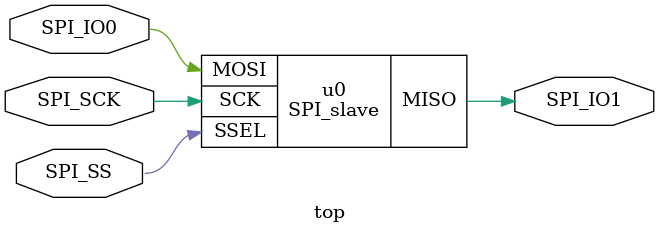
<source format=v>
module SPI_slave(SCK, MOSI, MISO, SSEL);

    input SCK, SSEL, MOSI;
    output MISO;

    reg[8:0] v; // 8 bit vector

    reg[8:0] u;

    reg[3:0] counter; // 8 bit counter
    always @(posedge !SSEL)
        counter <= 0;

    // carousel
    always @(posedge  SCK)
        counter <= counter + 1;

    always @(posedge  SCK)
        v[0] <= MOSI;
    always @(posedge  SCK)
        v[1] <= v[0];
    always @(posedge  SCK)
        v[2] <= v[1];
    always @(posedge  SCK)
        v[3] <= v[2];
    always @(posedge  SCK)
        v[4] <= v[3];
    always @(posedge  SCK)
        v[5] <= v[4];
    always @(posedge  SCK)
        v[6] <= v[5];
    always @(posedge  SCK)
        v[7] <= v[6];

    // combinatorial process
    always @(counter == 7)
        u[8:0] <= v[8:4] * v[4:0];

    // anti-carousel
    always @(posedge  SCK)
        MISO <= u[0];
    always @(posedge  SCK)
        u[0] <= u[1];
    always @(posedge  SCK)
        u[1] <= u[2];
    always @(posedge  SCK)
        u[2] <= u[3];
    always @(posedge  SCK)
        u[3] <= u[4];
    always @(posedge  SCK)
        u[4] <= u[5];
    always @(posedge  SCK)
        u[5] <= u[6];
    always @(posedge  SCK)
        u[6] <= u[7];
endmodule

// look in pins.pcf for all the pin names on the TinyFPGA BX board
module top (
    input SPI_SCK,
    input SPI_IO0,
    input SPI_SS,

    output SPI_IO1
);

  // use IO0 for MOSI
  // and IO1 for MISO

  SPI_slave u0(.SCK(SPI_SCK), .MOSI(SPI_IO0), .MISO(SPI_IO1), .SSEL(SPI_SS));
endmodule

</source>
